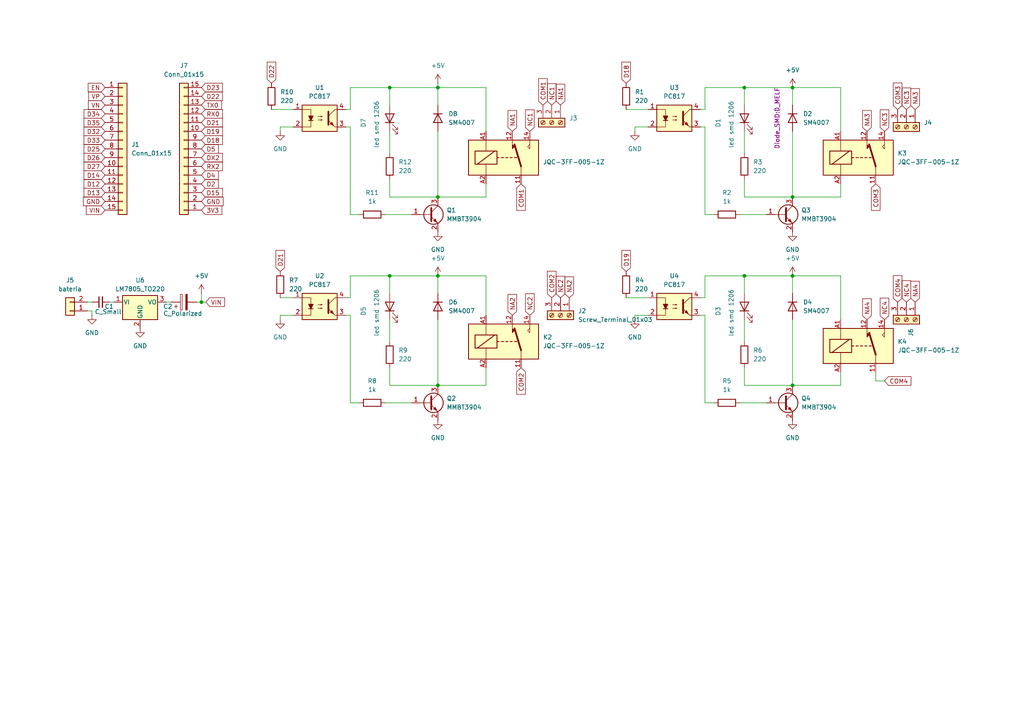
<source format=kicad_sch>
(kicad_sch (version 20250114) (generator "eeschema") (generator_version "9.0")
  (paper "A4")
  (lib_symbols
    (symbol "Connector:Screw_Terminal_01x03" (pin_names (offset 1.016) (hide yes))
      (property "Reference" "J" (at 0 5.08 0))
      (property "Value" "Screw_Terminal_01x03" (at 0 -5.08 0))
      (symbol "Screw_Terminal_01x03_1_1"
        (rectangle (start -1.27 3.81) (end 1.27 -3.81) (stroke (width 0.254)) (fill (type background)))
        (polyline (pts (xy -0.5334 2.8702) (xy 0.3302 2.032)) (stroke (width 0.1524)))
        (polyline (pts (xy -0.5334 0.3302) (xy 0.3302 -0.508)) (stroke (width 0.1524)))
        (polyline (pts (xy -0.5334 -2.2098) (xy 0.3302 -3.048)) (stroke (width 0.1524)))
        (polyline (pts (xy -0.3556 3.048) (xy 0.508 2.2098)) (stroke (width 0.1524)))
        (polyline (pts (xy -0.3556 0.508) (xy 0.508 -0.3302)) (stroke (width 0.1524)))
        (polyline (pts (xy -0.3556 -2.032) (xy 0.508 -2.8702)) (stroke (width 0.1524)))
        (circle (center 0 2.54) (radius 0.635) (stroke (width 0.1524)))
        (circle (center 0 0) (radius 0.635) (stroke (width 0.1524)))
        (circle (center 0 -2.54) (radius 0.635) (stroke (width 0.1524)))
        (pin passive line (at -5.08 2.54 0) (length 3.81) (name "Pin_1") (number "1"))
        (pin passive line (at -5.08 0 0) (length 3.81) (name "Pin_2") (number "2"))
        (pin passive line (at -5.08 -2.54 0) (length 3.81) (name "Pin_3") (number "3"))
      )
    )
    (symbol "Connector_Generic:Conn_01x02" (pin_names (offset 1.016) (hide yes))
      (property "Reference" "J" (at 0 2.54 0))
      (property "Value" "Conn_01x02" (at 0 -5.08 0))
      (symbol "Conn_01x02_1_1"
        (rectangle (start -1.27 1.27) (end 1.27 -3.81) (stroke (width 0.254)) (fill (type background)))
        (rectangle (start -1.27 0.127) (end 0 -0.127) (stroke (width 0.1524)))
        (rectangle (start -1.27 -2.413) (end 0 -2.667) (stroke (width 0.1524)))
        (pin passive line (at -5.08 0 0) (length 3.81) (name "Pin_1") (number "1"))
        (pin passive line (at -5.08 -2.54 0) (length 3.81) (name "Pin_2") (number "2"))
      )
    )
    (symbol "Connector_Generic:Conn_01x15" (pin_names (offset 1.016) (hide yes))
      (property "Reference" "J" (at 0 20.32 0))
      (property "Value" "Conn_01x15" (at 0 -20.32 0))
      (symbol "Conn_01x15_1_1"
        (rectangle (start -1.27 19.05) (end 1.27 -19.05) (stroke (width 0.254)) (fill (type background)))
        (rectangle (start -1.27 17.907) (end 0 17.653) (stroke (width 0.1524)))
        (rectangle (start -1.27 15.367) (end 0 15.113) (stroke (width 0.1524)))
        (rectangle (start -1.27 12.827) (end 0 12.573) (stroke (width 0.1524)))
        (rectangle (start -1.27 10.287) (end 0 10.033) (stroke (width 0.1524)))
        (rectangle (start -1.27 7.747) (end 0 7.493) (stroke (width 0.1524)))
        (rectangle (start -1.27 5.207) (end 0 4.953) (stroke (width 0.1524)))
        (rectangle (start -1.27 2.667) (end 0 2.413) (stroke (width 0.1524)))
        (rectangle (start -1.27 0.127) (end 0 -0.127) (stroke (width 0.1524)))
        (rectangle (start -1.27 -2.413) (end 0 -2.667) (stroke (width 0.1524)))
        (rectangle (start -1.27 -4.953) (end 0 -5.207) (stroke (width 0.1524)))
        (rectangle (start -1.27 -7.493) (end 0 -7.747) (stroke (width 0.1524)))
        (rectangle (start -1.27 -10.033) (end 0 -10.287) (stroke (width 0.1524)))
        (rectangle (start -1.27 -12.573) (end 0 -12.827) (stroke (width 0.1524)))
        (rectangle (start -1.27 -15.113) (end 0 -15.367) (stroke (width 0.1524)))
        (rectangle (start -1.27 -17.653) (end 0 -17.907) (stroke (width 0.1524)))
        (pin passive line (at -5.08 17.78 0) (length 3.81) (name "Pin_1") (number "1"))
        (pin passive line (at -5.08 15.24 0) (length 3.81) (name "Pin_2") (number "2"))
        (pin passive line (at -5.08 12.7 0) (length 3.81) (name "Pin_3") (number "3"))
        (pin passive line (at -5.08 10.16 0) (length 3.81) (name "Pin_4") (number "4"))
        (pin passive line (at -5.08 7.62 0) (length 3.81) (name "Pin_5") (number "5"))
        (pin passive line (at -5.08 5.08 0) (length 3.81) (name "Pin_6") (number "6"))
        (pin passive line (at -5.08 2.54 0) (length 3.81) (name "Pin_7") (number "7"))
        (pin passive line (at -5.08 0 0) (length 3.81) (name "Pin_8") (number "8"))
        (pin passive line (at -5.08 -2.54 0) (length 3.81) (name "Pin_9") (number "9"))
        (pin passive line (at -5.08 -5.08 0) (length 3.81) (name "Pin_10") (number "10"))
        (pin passive line (at -5.08 -7.62 0) (length 3.81) (name "Pin_11") (number "11"))
        (pin passive line (at -5.08 -10.16 0) (length 3.81) (name "Pin_12") (number "12"))
        (pin passive line (at -5.08 -12.7 0) (length 3.81) (name "Pin_13") (number "13"))
        (pin passive line (at -5.08 -15.24 0) (length 3.81) (name "Pin_14") (number "14"))
        (pin passive line (at -5.08 -17.78 0) (length 3.81) (name "Pin_15") (number "15"))
      )
    )
    (symbol "Device:C_Polarized" (pin_numbers (hide yes)) (pin_names (offset 0.254))
      (property "Reference" "C" (at 0.635 2.54 0))
      (property "Value" "C_Polarized" (at 0.635 -2.54 0))
      (symbol "C_Polarized_0_1"
        (rectangle (start -2.286 0.508) (end 2.286 1.016))
        (polyline (pts (xy -1.778 2.286) (xy -0.762 2.286)))
        (polyline (pts (xy -1.27 2.794) (xy -1.27 1.778)))
        (rectangle (start 2.286 -0.508) (end -2.286 -1.016) (fill (type outline)))
      )
      (symbol "C_Polarized_1_1"
        (pin passive line (at 0 3.81 270) (length 2.794) (name "~") (number "1"))
        (pin passive line (at 0 -3.81 90) (length 2.794) (name "~") (number "2"))
      )
    )
    (symbol "Device:C_Small" (pin_numbers (hide yes)) (pin_names (offset 0.254) (hide yes))
      (property "Reference" "C" (at 0.254 1.778 0))
      (property "Value" "C_Small" (at 0.254 -2.032 0))
      (symbol "C_Small_0_1"
        (polyline (pts (xy -1.524 0.508) (xy 1.524 0.508)) (stroke (width 0.3048)))
        (polyline (pts (xy -1.524 -0.508) (xy 1.524 -0.508)) (stroke (width 0.3302)))
      )
      (symbol "C_Small_1_1"
        (pin passive line (at 0 2.54 270) (length 2.032) (name "~") (number "1"))
        (pin passive line (at 0 -2.54 90) (length 2.032) (name "~") (number "2"))
      )
    )
    (symbol "Device:R" (pin_numbers (hide yes)) (pin_names (offset 0))
      (property "Reference" "R" (at 2.032 0 90))
      (property "Value" "R" (at 0 0 90))
      (symbol "R_0_1"
        (rectangle (start -1.016 -2.54) (end 1.016 2.54) (stroke (width 0.254)))
      )
      (symbol "R_1_1"
        (pin passive line (at 0 3.81 270) (length 1.27) (name "~") (number "1"))
        (pin passive line (at 0 -3.81 90) (length 1.27) (name "~") (number "2"))
      )
    )
    (symbol "Diode:SM4007" (pin_numbers (hide yes)) (pin_names (hide yes))
      (property "Reference" "D" (at 0 2.54 0))
      (property "Value" "SM4007" (at 0 -2.54 0))
      (symbol "SM4007_0_1"
        (polyline (pts (xy -1.27 1.27) (xy -1.27 -1.27)) (stroke (width 0.254)))
        (polyline (pts (xy 1.27 1.27) (xy 1.27 -1.27) (xy -1.27 0) (xy 1.27 1.27)) (stroke (width 0.254)))
        (polyline (pts (xy 1.27 0) (xy -1.27 0)))
      )
      (symbol "SM4007_1_1"
        (pin passive line (at -3.81 0 0) (length 2.54) (name "K") (number "1"))
        (pin passive line (at 3.81 0 180) (length 2.54) (name "A") (number "2"))
      )
    )
    (symbol "EESTN5:PC817" (pin_names (offset 1.016))
      (property "Reference" "U" (at -5.08 5.08 0))
      (property "Value" "PC817" (at 0 5.08 0))
      (symbol "PC817_0_1"
        (rectangle (start -5.08 3.81) (end 5.08 -3.81) (stroke (width 0.254)) (fill (type background)))
        (polyline (pts (xy -5.08 2.54) (xy -2.54 2.54) (xy -2.54 0.635)))
        (polyline (pts (xy -3.175 -0.635) (xy -1.905 -0.635)) (stroke (width 0.254)))
        (polyline (pts (xy -2.54 -0.635) (xy -2.54 -2.54) (xy -5.08 -2.54)))
        (polyline (pts (xy -2.54 -0.635) (xy -3.175 0.635) (xy -1.905 0.635) (xy -2.54 -0.635)) (stroke (width 0.254)) (fill (type outline)))
        (polyline (pts (xy -0.508 0.508) (xy 0.762 0.508) (xy 0.381 0.381) (xy 0.381 0.635) (xy 0.762 0.508)))
        (polyline (pts (xy -0.508 -0.508) (xy 0.762 -0.508) (xy 0.381 -0.635) (xy 0.381 -0.381) (xy 0.762 -0.508)))
        (polyline (pts (xy 2.54 1.905) (xy 2.54 -1.905) (xy 2.54 -1.905)) (stroke (width 0.508)))
        (polyline (pts (xy 2.54 0.635) (xy 4.445 2.54)))
        (polyline (pts (xy 3.048 -1.651) (xy 3.556 -1.143) (xy 4.064 -2.159) (xy 3.048 -1.651) (xy 3.048 -1.651)) (fill (type outline)))
        (polyline (pts (xy 4.445 2.54) (xy 5.08 2.54)))
        (polyline (pts (xy 4.445 -2.54) (xy 2.54 -0.635)) (fill (type outline)))
        (polyline (pts (xy 4.445 -2.54) (xy 5.08 -2.54)))
      )
      (symbol "PC817_1_1"
        (pin passive line (at -7.62 2.54 0) (length 2.54) (name "~") (number "1"))
        (pin passive line (at -7.62 -2.54 0) (length 2.54) (name "~") (number "2"))
        (pin passive line (at 7.62 2.54 180) (length 2.54) (name "~") (number "4"))
        (pin passive line (at 7.62 -2.54 180) (length 2.54) (name "~") (number "3"))
      )
    )
    (symbol "LED:IR26-21C_L110_TR8" (pin_numbers (hide yes)) (pin_names (offset 1.016) (hide yes))
      (property "Reference" "D" (at 0 2.54 0))
      (property "Value" "IR26-21C_L110_TR8" (at 0 -3.81 0))
      (symbol "IR26-21C_L110_TR8_0_1"
        (polyline (pts (xy -3.048 -0.762) (xy -4.572 -2.286) (xy -3.81 -2.286) (xy -4.572 -2.286) (xy -4.572 -1.524)))
        (polyline (pts (xy -1.778 -0.762) (xy -3.302 -2.286) (xy -2.54 -2.286) (xy -3.302 -2.286) (xy -3.302 -1.524)))
        (polyline (pts (xy -1.27 0) (xy 1.27 0)))
        (polyline (pts (xy -1.27 -1.27) (xy -1.27 1.27)) (stroke (width 0.254)))
        (polyline (pts (xy 1.27 -1.27) (xy 1.27 1.27) (xy -1.27 0) (xy 1.27 -1.27)) (stroke (width 0.254)))
      )
      (symbol "IR26-21C_L110_TR8_1_1"
        (pin passive line (at -3.81 0 0) (length 2.54) (name "K") (number "1"))
        (pin passive line (at 3.81 0 180) (length 2.54) (name "A") (number "2"))
      )
    )
    (symbol "Regulator_Linear:LM7812_TO220" (pin_names (offset 0.254))
      (property "Reference" "U" (at -3.81 3.175 0))
      (property "Value" "LM7812_TO220" (at 0 3.175 0))
      (symbol "LM7812_TO220_0_1"
        (rectangle (start -5.08 1.905) (end 5.08 -5.08) (stroke (width 0.254)) (fill (type background)))
      )
      (symbol "LM7812_TO220_1_1"
        (pin power_in line (at -7.62 0 0) (length 2.54) (name "VI") (number "1"))
        (pin power_in line (at 0 -7.62 90) (length 2.54) (name "GND") (number "2"))
        (pin power_out line (at 7.62 0 180) (length 2.54) (name "VO") (number "3"))
      )
    )
    (symbol "Relay:JQC-3FF-005-1Z"
      (property "Reference" "K" (at 11.43 3.81 0))
      (property "Value" "JQC-3FF-005-1Z" (at 11.43 1.27 0))
      (symbol "JQC-3FF-005-1Z_0_0"
        (polyline (pts (xy 7.62 5.08) (xy 7.62 2.54) (xy 6.985 3.175) (xy 7.62 3.81)))
      )
      (symbol "JQC-3FF-005-1Z_0_1"
        (rectangle (start -10.16 5.08) (end 10.16 -5.08) (stroke (width 0.254)) (fill (type background)))
        (rectangle (start -8.255 1.905) (end -1.905 -1.905) (stroke (width 0.254)))
        (polyline (pts (xy -7.62 -1.905) (xy -2.54 1.905)) (stroke (width 0.254)))
        (polyline (pts (xy -5.08 5.08) (xy -5.08 1.905)))
        (polyline (pts (xy -5.08 -5.08) (xy -5.08 -1.905)))
        (polyline (pts (xy -1.905 0) (xy -1.27 0)) (stroke (width 0.254)))
        (polyline (pts (xy -0.635 0) (xy 0 0)) (stroke (width 0.254)))
        (polyline (pts (xy 0.635 0) (xy 1.27 0)) (stroke (width 0.254)))
        (polyline (pts (xy 1.905 0) (xy 2.54 0)) (stroke (width 0.254)))
        (polyline (pts (xy 2.54 5.08) (xy 2.54 2.54) (xy 3.175 3.175) (xy 2.54 3.81)) (fill (type outline)))
        (polyline (pts (xy 3.175 0) (xy 3.81 0)) (stroke (width 0.254)))
        (polyline (pts (xy 5.08 -2.54) (xy 3.175 3.81)) (stroke (width 0.508)))
        (polyline (pts (xy 5.08 -2.54) (xy 5.08 -5.08)))
      )
      (symbol "JQC-3FF-005-1Z_1_1"
        (pin passive line (at -5.08 7.62 270) (length 2.54) (name "~") (number "A1"))
        (pin passive line (at -5.08 -7.62 90) (length 2.54) (name "~") (number "A2"))
        (pin passive line (at 2.54 7.62 270) (length 2.54) (name "~") (number "12"))
        (pin passive line (at 5.08 -7.62 90) (length 2.54) (name "~") (number "11"))
        (pin passive line (at 7.62 7.62 270) (length 2.54) (name "~") (number "14"))
      )
    )
    (symbol "Transistor_BJT:BC847" (pin_names (offset 0) (hide yes))
      (property "Reference" "Q" (at 5.08 1.905 0))
      (property "Value" "BC847" (at 5.08 0 0))
      (symbol "BC847_0_1"
        (polyline (pts (xy -2.54 0) (xy 0.635 0)))
        (polyline (pts (xy 0.635 1.905) (xy 0.635 -1.905)) (stroke (width 0.508)))
        (circle (center 1.27 0) (radius 2.8194) (stroke (width 0.254)))
      )
      (symbol "BC847_1_1"
        (polyline (pts (xy 0.635 0.635) (xy 2.54 2.54)))
        (polyline (pts (xy 0.635 -0.635) (xy 2.54 -2.54)))
        (polyline (pts (xy 1.27 -1.778) (xy 1.778 -1.27) (xy 2.286 -2.286) (xy 1.27 -1.778)) (fill (type outline)))
        (pin input line (at -5.08 0 0) (length 2.54) (name "B") (number "1"))
        (pin passive line (at 2.54 5.08 270) (length 2.54) (name "C") (number "3"))
        (pin passive line (at 2.54 -5.08 90) (length 2.54) (name "E") (number "2"))
      )
    )
    (symbol "power:+5V" (power) (pin_numbers (hide yes)) (pin_names (offset 0) (hide yes))
      (property "Value" "+5V" (at 0 3.556 0))
      (symbol "+5V_0_1"
        (polyline (pts (xy -0.762 1.27) (xy 0 2.54)))
        (polyline (pts (xy 0 2.54) (xy 0.762 1.27)))
        (polyline (pts (xy 0 0) (xy 0 2.54)))
      )
      (symbol "+5V_1_1"
        (pin power_in line (at 0 0 90) (length 0) (name "~") (number "1"))
      )
    )
    (symbol "power:GND" (power) (pin_numbers (hide yes)) (pin_names (offset 0) (hide yes))
      (property "Value" "GND" (at 0 -3.81 0))
      (symbol "GND_0_1"
        (polyline (pts (xy 0 0) (xy 0 -1.27) (xy 1.27 -1.27) (xy 0 -2.54) (xy -1.27 -1.27) (xy 0 -1.27)))
      )
      (symbol "GND_1_1"
        (pin power_in line (at 0 0 270) (length 0) (name "~") (number "1"))
      )
    )
  )
  (junction (at 113.03 25.4))
  (junction (at 229.87 80.01))
  (junction (at 215.9 80.01))
  (junction (at 113.03 80.01))
  (junction (at 215.9 25.4))
  (junction (at 127 25.4))
  (junction (at 229.87 111.76))
  (junction (at 229.87 57.15))
  (junction (at 127 111.76))
  (junction (at 127 80.01))
  (junction (at 229.87 25.4))
  (junction (at 127 57.15))
  (junction (at 58.42 87.63))
  (wire (pts (xy 127 24.13) (xy 127 25.4)))
  (wire (pts (xy 113.03 57.15) (xy 127 57.15)))
  (wire (pts (xy 243.84 25.4) (xy 243.84 38.1)))
  (wire (pts (xy 184.15 91.44) (xy 184.15 92.71)))
  (wire (pts (xy 243.84 53.34) (xy 243.84 57.15)))
  (wire (pts (xy 113.03 38.1) (xy 113.03 44.45)))
  (wire (pts (xy 181.61 31.75) (xy 187.96 31.75)))
  (wire (pts (xy 229.87 38.1) (xy 229.87 57.15)))
  (wire (pts (xy 113.03 106.68) (xy 113.03 111.76)))
  (wire (pts (xy 81.28 36.83) (xy 81.28 38.1)))
  (wire (pts (xy 78.74 31.75) (xy 85.09 31.75)))
  (wire (pts (xy 229.87 30.48) (xy 229.87 25.4)))
  (wire (pts (xy 215.9 85.09) (xy 215.9 80.01)))
  (wire (pts (xy 187.96 36.83) (xy 184.15 36.83)))
  (wire (pts (xy 113.03 85.09) (xy 113.03 80.01)))
  (wire (pts (xy 204.47 25.4) (xy 204.47 31.75)))
  (wire (pts (xy 229.87 80.01) (xy 243.84 80.01)))
  (wire (pts (xy 26.67 90.17) (xy 26.67 91.44)))
  (wire (pts (xy 215.9 52.07) (xy 215.9 57.15)))
  (wire (pts (xy 215.9 57.15) (xy 229.87 57.15)))
  (wire (pts (xy 243.84 107.95) (xy 243.84 111.76)))
  (wire (pts (xy 127 85.09) (xy 127 80.01)))
  (wire (pts (xy 204.47 62.23) (xy 207.01 62.23)))
  (wire (pts (xy 113.03 111.76) (xy 127 111.76)))
  (wire (pts (xy 100.33 86.36) (xy 101.6 86.36)))
  (wire (pts (xy 31.75 87.63) (xy 33.02 87.63)))
  (wire (pts (xy 229.87 25.4) (xy 243.84 25.4)))
  (wire (pts (xy 85.09 36.83) (xy 81.28 36.83)))
  (wire (pts (xy 100.33 31.75) (xy 101.6 31.75)))
  (wire (pts (xy 113.03 80.01) (xy 101.6 80.01)))
  (wire (pts (xy 215.9 80.01) (xy 229.87 80.01)))
  (wire (pts (xy 127 57.15) (xy 140.97 57.15)))
  (wire (pts (xy 229.87 57.15) (xy 243.84 57.15)))
  (wire (pts (xy 113.03 30.48) (xy 113.03 25.4)))
  (wire (pts (xy 25.4 87.63) (xy 26.67 87.63)))
  (wire (pts (xy 184.15 36.83) (xy 184.15 38.1)))
  (wire (pts (xy 203.2 31.75) (xy 204.47 31.75)))
  (wire (pts (xy 215.9 111.76) (xy 229.87 111.76)))
  (wire (pts (xy 111.76 116.84) (xy 119.38 116.84)))
  (wire (pts (xy 187.96 91.44) (xy 184.15 91.44)))
  (wire (pts (xy 203.2 36.83) (xy 204.47 36.83)))
  (wire (pts (xy 85.09 91.44) (xy 81.28 91.44)))
  (wire (pts (xy 58.42 85.09) (xy 58.42 87.63)))
  (wire (pts (xy 215.9 106.68) (xy 215.9 111.76)))
  (wire (pts (xy 215.9 30.48) (xy 215.9 25.4)))
  (wire (pts (xy 101.6 80.01) (xy 101.6 86.36)))
  (wire (pts (xy 243.84 80.01) (xy 243.84 92.71)))
  (wire (pts (xy 181.61 86.36) (xy 187.96 86.36)))
  (wire (pts (xy 204.47 36.83) (xy 204.47 62.23)))
  (wire (pts (xy 81.28 91.44) (xy 81.28 92.71)))
  (wire (pts (xy 25.4 90.17) (xy 26.67 90.17)))
  (wire (pts (xy 101.6 62.23) (xy 104.14 62.23)))
  (wire (pts (xy 101.6 116.84) (xy 104.14 116.84)))
  (wire (pts (xy 58.42 87.63) (xy 59.69 87.63)))
  (wire (pts (xy 214.63 116.84) (xy 222.25 116.84)))
  (wire (pts (xy 203.2 91.44) (xy 204.47 91.44)))
  (wire (pts (xy 113.03 25.4) (xy 127 25.4)))
  (wire (pts (xy 204.47 91.44) (xy 204.47 116.84)))
  (wire (pts (xy 127 38.1) (xy 127 57.15)))
  (wire (pts (xy 214.63 62.23) (xy 222.25 62.23)))
  (wire (pts (xy 256.54 110.49) (xy 254 110.49)))
  (wire (pts (xy 140.97 80.01) (xy 140.97 91.44)))
  (wire (pts (xy 49.53 87.63) (xy 48.26 87.63)))
  (wire (pts (xy 101.6 25.4) (xy 101.6 31.75)))
  (wire (pts (xy 140.97 25.4) (xy 140.97 38.1)))
  (wire (pts (xy 215.9 25.4) (xy 229.87 25.4)))
  (wire (pts (xy 81.28 86.36) (xy 85.09 86.36)))
  (wire (pts (xy 100.33 36.83) (xy 101.6 36.83)))
  (wire (pts (xy 57.15 87.63) (xy 58.42 87.63)))
  (wire (pts (xy 229.87 111.76) (xy 243.84 111.76)))
  (wire (pts (xy 215.9 80.01) (xy 204.47 80.01)))
  (wire (pts (xy 203.2 86.36) (xy 204.47 86.36)))
  (wire (pts (xy 229.87 85.09) (xy 229.87 80.01)))
  (wire (pts (xy 127 111.76) (xy 140.97 111.76)))
  (wire (pts (xy 140.97 106.68) (xy 140.97 111.76)))
  (wire (pts (xy 113.03 52.07) (xy 113.03 57.15)))
  (wire (pts (xy 101.6 36.83) (xy 101.6 62.23)))
  (wire (pts (xy 215.9 25.4) (xy 204.47 25.4)))
  (wire (pts (xy 127 80.01) (xy 140.97 80.01)))
  (wire (pts (xy 113.03 25.4) (xy 101.6 25.4)))
  (wire (pts (xy 127 30.48) (xy 127 25.4)))
  (wire (pts (xy 113.03 80.01) (xy 127 80.01)))
  (wire (pts (xy 215.9 38.1) (xy 215.9 44.45)))
  (wire (pts (xy 111.76 62.23) (xy 119.38 62.23)))
  (wire (pts (xy 101.6 91.44) (xy 101.6 116.84)))
  (wire (pts (xy 127 92.71) (xy 127 111.76)))
  (wire (pts (xy 229.87 92.71) (xy 229.87 111.76)))
  (wire (pts (xy 100.33 91.44) (xy 101.6 91.44)))
  (wire (pts (xy 140.97 53.34) (xy 140.97 57.15)))
  (wire (pts (xy 254 110.49) (xy 254 107.95)))
  (wire (pts (xy 113.03 92.71) (xy 113.03 99.06)))
  (wire (pts (xy 204.47 80.01) (xy 204.47 86.36)))
  (wire (pts (xy 215.9 92.71) (xy 215.9 99.06)))
  (wire (pts (xy 127 25.4) (xy 140.97 25.4)))
  (wire (pts (xy 204.47 116.84) (xy 207.01 116.84)))
  (global_label "NA3" (shape input) (at 251.46 38.1 90) (property "Intersheetrefs" "${INTERSHEET_REFS}" (effects (hide yes))))
  (global_label "NC3" (shape input) (at 262.89 31.75 90) (property "Intersheetrefs" "${INTERSHEET_REFS}" (effects (hide yes))))
  (global_label "NA4" (shape input) (at 265.43 87.63 90) (property "Intersheetrefs" "${INTERSHEET_REFS}" (effects (hide yes))))
  (global_label "COM1" (shape input) (at 157.48 30.48 90) (property "Intersheetrefs" "${INTERSHEET_REFS}" (effects (hide yes))))
  (global_label "D19" (shape input) (at 58.42 38.1 0) (property "Intersheetrefs" "${INTERSHEET_REFS}" (effects (hide yes))))
  (global_label "NA4" (shape input) (at 251.46 92.71 90) (property "Intersheetrefs" "${INTERSHEET_REFS}" (effects (hide yes))))
  (global_label "RX2" (shape input) (at 58.42 48.26 0) (property "Intersheetrefs" "${INTERSHEET_REFS}" (effects (hide yes))))
  (global_label "D14" (shape input) (at 30.48 50.8 180) (property "Intersheetrefs" "${INTERSHEET_REFS}" (effects (hide yes))))
  (global_label "NC1" (shape input) (at 160.02 30.48 90) (property "Intersheetrefs" "${INTERSHEET_REFS}" (effects (hide yes))))
  (global_label "D25" (shape input) (at 30.48 43.18 180) (property "Intersheetrefs" "${INTERSHEET_REFS}" (effects (hide yes))))
  (global_label "D33" (shape input) (at 30.48 40.64 180) (property "Intersheetrefs" "${INTERSHEET_REFS}" (effects (hide yes))))
  (global_label "D23" (shape input) (at 58.42 25.4 0) (property "Intersheetrefs" "${INTERSHEET_REFS}" (effects (hide yes))))
  (global_label "NC2" (shape input) (at 162.56 86.36 90) (property "Intersheetrefs" "${INTERSHEET_REFS}" (effects (hide yes))))
  (global_label "COM3" (shape input) (at 260.35 31.75 90) (property "Intersheetrefs" "${INTERSHEET_REFS}" (effects (hide yes))))
  (global_label "COM4" (shape input) (at 260.35 87.63 90) (property "Intersheetrefs" "${INTERSHEET_REFS}" (effects (hide yes))))
  (global_label "D32" (shape input) (at 30.48 38.1 180) (property "Intersheetrefs" "${INTERSHEET_REFS}" (effects (hide yes))))
  (global_label "D34" (shape input) (at 30.48 33.02 180) (property "Intersheetrefs" "${INTERSHEET_REFS}" (effects (hide yes))))
  (global_label "NC2" (shape input) (at 153.67 91.44 90) (property "Intersheetrefs" "${INTERSHEET_REFS}" (effects (hide yes))))
  (global_label "DX2" (shape input) (at 58.42 45.72 0) (property "Intersheetrefs" "${INTERSHEET_REFS}" (effects (hide yes))))
  (global_label "D18" (shape input) (at 58.42 40.64 0) (property "Intersheetrefs" "${INTERSHEET_REFS}" (effects (hide yes))))
  (global_label "D35" (shape input) (at 30.48 35.56 180) (property "Intersheetrefs" "${INTERSHEET_REFS}" (effects (hide yes))))
  (global_label "NC4" (shape input) (at 262.89 87.63 90) (property "Intersheetrefs" "${INTERSHEET_REFS}" (effects (hide yes))))
  (global_label "D21" (shape input) (at 58.42 35.56 0) (property "Intersheetrefs" "${INTERSHEET_REFS}" (effects (hide yes))))
  (global_label "VIN" (shape input) (at 59.69 87.63 0) (property "Intersheetrefs" "${INTERSHEET_REFS}" (effects (hide yes))))
  (global_label "D5" (shape input) (at 58.42 43.18 0) (property "Intersheetrefs" "${INTERSHEET_REFS}" (effects (hide yes))))
  (global_label "NA3" (shape input) (at 265.43 31.75 90) (property "Intersheetrefs" "${INTERSHEET_REFS}" (effects (hide yes))))
  (global_label "NC3" (shape input) (at 256.54 38.1 90) (property "Intersheetrefs" "${INTERSHEET_REFS}" (effects (hide yes))))
  (global_label "NA1" (shape input) (at 162.56 30.48 90) (property "Intersheetrefs" "${INTERSHEET_REFS}" (effects (hide yes))))
  (global_label "VIN" (shape input) (at 30.48 60.96 180) (property "Intersheetrefs" "${INTERSHEET_REFS}" (effects (hide yes))))
  (global_label "VN" (shape input) (at 30.48 30.48 180) (property "Intersheetrefs" "${INTERSHEET_REFS}" (effects (hide yes))))
  (global_label "NC4" (shape input) (at 256.54 92.71 90) (property "Intersheetrefs" "${INTERSHEET_REFS}" (effects (hide yes))))
  (global_label "D22" (shape input) (at 78.74 24.13 90) (property "Intersheetrefs" "${INTERSHEET_REFS}" (effects (hide yes))))
  (global_label "NA2" (shape input) (at 165.1 86.36 90) (property "Intersheetrefs" "${INTERSHEET_REFS}" (effects (hide yes))))
  (global_label "D21" (shape input) (at 81.28 78.74 90) (property "Intersheetrefs" "${INTERSHEET_REFS}" (effects (hide yes))))
  (global_label "EN" (shape input) (at 30.48 25.4 180) (property "Intersheetrefs" "${INTERSHEET_REFS}" (effects (hide yes))))
  (global_label "D15" (shape input) (at 58.42 55.88 0) (property "Intersheetrefs" "${INTERSHEET_REFS}" (effects (hide yes))))
  (global_label "COM1" (shape input) (at 151.13 53.34 270) (property "Intersheetrefs" "${INTERSHEET_REFS}" (effects (hide yes))))
  (global_label "COM3" (shape input) (at 254 53.34 270) (property "Intersheetrefs" "${INTERSHEET_REFS}" (effects (hide yes))))
  (global_label "D12" (shape input) (at 30.48 53.34 180) (property "Intersheetrefs" "${INTERSHEET_REFS}" (effects (hide yes))))
  (global_label "D2" (shape input) (at 58.42 53.34 0) (property "Intersheetrefs" "${INTERSHEET_REFS}" (effects (hide yes))))
  (global_label "NA2" (shape input) (at 148.59 91.44 90) (property "Intersheetrefs" "${INTERSHEET_REFS}" (effects (hide yes))))
  (global_label "COM2" (shape input) (at 160.02 86.36 90) (property "Intersheetrefs" "${INTERSHEET_REFS}" (effects (hide yes))))
  (global_label "NA1" (shape input) (at 148.59 38.1 90) (property "Intersheetrefs" "${INTERSHEET_REFS}" (effects (hide yes))))
  (global_label "RX0" (shape input) (at 58.42 33.02 0) (property "Intersheetrefs" "${INTERSHEET_REFS}" (effects (hide yes))))
  (global_label "3V3" (shape input) (at 58.42 60.96 0) (property "Intersheetrefs" "${INTERSHEET_REFS}" (effects (hide yes))))
  (global_label "D13" (shape input) (at 30.48 55.88 180) (property "Intersheetrefs" "${INTERSHEET_REFS}" (effects (hide yes))))
  (global_label "COM2" (shape input) (at 151.13 106.68 270) (property "Intersheetrefs" "${INTERSHEET_REFS}" (effects (hide yes))))
  (global_label "TX0" (shape input) (at 58.42 30.48 0) (property "Intersheetrefs" "${INTERSHEET_REFS}" (effects (hide yes))))
  (global_label "D18" (shape input) (at 181.61 24.13 90) (property "Intersheetrefs" "${INTERSHEET_REFS}" (effects (hide yes))))
  (global_label "D19" (shape input) (at 181.61 78.74 90) (property "Intersheetrefs" "${INTERSHEET_REFS}" (effects (hide yes))))
  (global_label "D26" (shape input) (at 30.48 45.72 180) (property "Intersheetrefs" "${INTERSHEET_REFS}" (effects (hide yes))))
  (global_label "D4" (shape input) (at 58.42 50.8 0) (property "Intersheetrefs" "${INTERSHEET_REFS}" (effects (hide yes))))
  (global_label "D27" (shape input) (at 30.48 48.26 180) (property "Intersheetrefs" "${INTERSHEET_REFS}" (effects (hide yes))))
  (global_label "COM4" (shape input) (at 256.54 110.49 0) (property "Intersheetrefs" "${INTERSHEET_REFS}" (effects (hide yes))))
  (global_label "GND" (shape input) (at 58.42 58.42 0) (property "Intersheetrefs" "${INTERSHEET_REFS}" (effects (hide yes))))
  (global_label "VP" (shape input) (at 30.48 27.94 180) (property "Intersheetrefs" "${INTERSHEET_REFS}" (effects (hide yes))))
  (global_label "D22" (shape input) (at 58.42 27.94 0) (property "Intersheetrefs" "${INTERSHEET_REFS}" (effects (hide yes))))
  (global_label "GND" (shape input) (at 30.48 58.42 180) (property "Intersheetrefs" "${INTERSHEET_REFS}" (effects (hide yes))))
  (global_label "NC1" (shape input) (at 153.67 38.1 90) (property "Intersheetrefs" "${INTERSHEET_REFS}" (effects (hide yes))))
  (symbol (lib_id "Device:R") (at 210.82 116.84 90) (unit 1)
    (property "Reference" "R5" (at 210.82 110.49 90))
    (property "Value" "1k" (at 210.82 113.03 90))
    (property "Footprint" "Resistor_SMD:R_0805_2012Metric" (effects (hide yes)))
    (property "Description" "Resistor" (effects (hide yes)))
  )
  (symbol (lib_id "power:GND") (at 81.28 92.71 0) (unit 1)
    (property "Reference" "#PWR07" (effects (hide yes)))
    (property "Value" "GND" (at 81.28 97.79 0))
    (property "Description" "Power symbol creates a global label with name \"GND\" , ground" (effects (hide yes)))
  )
  (symbol (lib_id "EESTN5:PC817") (at 92.71 88.9 0) (unit 1)
    (property "Reference" "U2" (at 92.71 80.01 0))
    (property "Value" "PC817" (at 92.71 82.55 0))
    (property "Footprint" "PC817SMD:SOIC254P1000X400-4N" (effects (hide yes)))
    (property "Datasheet" "http://www.soselectronic.cz/a_info/resource/d/pc817.pdf" (effects (hide yes)))
    (property "Description" "DC Optocoupler, Vce 35V, CTR 50-300%, DIP4" (effects (hide yes)))
  )
  (symbol (lib_id "EESTN5:PC817") (at 92.71 34.29 0) (unit 1)
    (property "Reference" "U1" (at 92.71 25.4 0))
    (property "Value" "PC817" (at 92.71 27.94 0))
    (property "Footprint" "PC817SMD:SOIC254P1000X400-4N" (effects (hide yes)))
    (property "Datasheet" "http://www.soselectronic.cz/a_info/resource/d/pc817.pdf" (effects (hide yes)))
    (property "Description" "DC Optocoupler, Vce 35V, CTR 50-300%, DIP4" (effects (hide yes)))
  )
  (symbol (lib_id "power:GND") (at 229.87 67.31 0) (unit 1)
    (property "Reference" "#PWR02" (effects (hide yes)))
    (property "Value" "GND" (at 229.87 72.39 0))
    (property "Description" "Power symbol creates a global label with name \"GND\" , ground" (effects (hide yes)))
  )
  (symbol (lib_id "Transistor_BJT:BC847") (at 124.46 116.84 0) (unit 1)
    (property "Reference" "Q2" (at 129.54 115.5699 0) (effects (justify left)))
    (property "Value" "MMBT3904" (at 129.54 118.1099 0) (effects (justify left)))
    (property "Footprint" "Package_TO_SOT_SMD:SOT-23" (effects (hide yes)))
    (property "Datasheet" "http://www.infineon.com/dgdl/Infineon-BC847SERIES_BC848SERIES_BC849SERIES_BC850SERIES-DS-v01_01-en.pdf?fileId=db3a304314dca389011541d4630a1657" (effects (hide yes)))
    (property "Description" "0.1A Ic, 45V Vce, NPN Transistor, SOT-23" (effects (hide yes)))
  )
  (symbol (lib_id "LED:IR26-21C_L110_TR8") (at 215.9 34.29 90) (unit 1)
    (property "Reference" "D1" (at 208.28 34.29 0) (effects (justify right)))
    (property "Value" "led smd 1206" (at 212.09 29.21 0) (effects (justify right)))
    (property "Footprint" "LED_SMD:LED_1206_3216Metric" (effects (hide yes)))
    (property "Datasheet" "http://www.everlight.com/file/ProductFile/IR26-21C-L110-TR8.pdf" (effects (hide yes)))
    (property "Description" "940nm, 20 deg, Infrared LED, 1206" (effects (hide yes)))
  )
  (symbol (lib_id "Transistor_BJT:BC847") (at 227.33 62.23 0) (unit 1)
    (property "Reference" "Q3" (at 232.41 60.9599 0) (effects (justify left)))
    (property "Value" "MMBT3904" (at 232.41 63.4999 0) (effects (justify left)))
    (property "Footprint" "Package_TO_SOT_SMD:SOT-23" (effects (hide yes)))
    (property "Datasheet" "http://www.infineon.com/dgdl/Infineon-BC847SERIES_BC848SERIES_BC849SERIES_BC850SERIES-DS-v01_01-en.pdf?fileId=db3a304314dca389011541d4630a1657" (effects (hide yes)))
    (property "Description" "0.1A Ic, 45V Vce, NPN Transistor, SOT-23" (effects (hide yes)))
  )
  (symbol (lib_id "Device:R") (at 81.28 82.55 180) (unit 1)
    (property "Reference" "R7" (at 83.82 81.2799 0) (effects (justify right)))
    (property "Value" "220" (at 83.82 83.8199 0) (effects (justify right)))
    (property "Footprint" "Resistor_SMD:R_0805_2012Metric" (effects (hide yes)))
    (property "Description" "Resistor" (effects (hide yes)))
  )
  (symbol (lib_id "Connector:Screw_Terminal_01x03") (at 162.56 91.44 270) (unit 1)
    (property "Reference" "J2" (at 167.64 90.1699 90) (effects (justify left)))
    (property "Value" "Screw_Terminal_01x03" (at 167.64 92.7099 90) (effects (justify left)))
    (property "Footprint" "TerminalBlock:TerminalBlock_MaiXu_MX126-5.0-03P_1x03_P5.00mm" (effects (hide yes)))
    (property "Description" "Generic screw terminal, single row, 01x03, script generated (kicad-library-utils/schlib/autogen/connector/)" (effects (hide yes)))
  )
  (symbol (lib_id "Connector_Generic:Conn_01x15") (at 53.34 43.18 180) (unit 1)
    (property "Reference" "J7" (at 53.34 19.05 0))
    (property "Value" "Conn_01x15" (at 53.34 21.59 0))
    (property "Footprint" "Connector_PinHeader_2.54mm:PinHeader_1x15_P2.54mm_Vertical" (effects (hide yes)))
    (property "Description" "Generic connector, single row, 01x15, script generated (kicad-library-utils/schlib/autogen/connector/)" (effects (hide yes)))
  )
  (symbol (lib_id "power:+5V") (at 127 80.01 0) (unit 1)
    (property "Reference" "#PWR08" (effects (hide yes)))
    (property "Value" "+5V" (at 127 74.93 0))
    (property "Description" "Power symbol creates a global label with name \"+5V\"" (effects (hide yes)))
  )
  (symbol (lib_id "Device:R") (at 78.74 27.94 0) (unit 1)
    (property "Reference" "R10" (at 81.28 26.6699 0) (effects (justify left)))
    (property "Value" "220" (at 81.28 29.2099 0) (effects (justify left)))
    (property "Footprint" "Resistor_SMD:R_0805_2012Metric" (effects (hide yes)))
    (property "Description" "Resistor" (effects (hide yes)))
  )
  (symbol (lib_id "Diode:SM4007") (at 229.87 34.29 270) (unit 1)
    (property "Reference" "D2" (at 232.918 33.0199 90) (effects (justify left)))
    (property "Value" "SM4007" (at 232.918 35.5599 90) (effects (justify left)))
    (property "Footprint" "Diode_SMD:D_MELF" (at 225.425 34.29 0))
    (property "Datasheet" "http://cdn-reichelt.de/documents/datenblatt/A400/SMD1N400%23DIO.pdf" (effects (hide yes)))
    (property "Description" "1000V 1A General Purpose Rectifier Diode, MELF" (effects (hide yes)))
    (property "Sim.Device" "D" (effects (hide yes)))
    (property "Sim.Pins" "1=K 2=A" (effects (hide yes)))
  )
  (symbol (lib_id "Relay:JQC-3FF-005-1Z") (at 248.92 45.72 0) (unit 1)
    (property "Reference" "K3" (at 260.35 44.4499 0) (effects (justify left)))
    (property "Value" "JQC-3FF-005-1Z" (at 260.35 46.9899 0) (effects (justify left)))
    (property "Footprint" "Relay_THT:Relay_SPDT_Hongfa_JQC-3FF_0XX-1Z" (effects (hide yes)))
    (property "Datasheet" "https://www.digikey.com/htmldatasheets/production/2071105/0/0/1/JQC-3FF.pdf" (effects (hide yes)))
    (property "Description" "Subminiature High Power SPDT Relay, 5V Coil nom. 0.36W, 10A switching current, max 10A@277VAC/28VDC" (effects (hide yes)))
  )
  (symbol (lib_id "Device:R") (at 210.82 62.23 90) (unit 1)
    (property "Reference" "R2" (at 210.82 55.88 90))
    (property "Value" "1k" (at 210.82 58.42 90))
    (property "Footprint" "Resistor_SMD:R_0805_2012Metric" (effects (hide yes)))
    (property "Description" "Resistor" (effects (hide yes)))
  )
  (symbol (lib_id "Diode:SM4007") (at 127 88.9 270) (unit 1)
    (property "Reference" "D6" (at 130.048 87.6299 90) (effects (justify left)))
    (property "Value" "SM4007" (at 130.048 90.1699 90) (effects (justify left)))
    (property "Footprint" "Diode_SMD:D_MELF" (effects (hide yes)))
    (property "Datasheet" "http://cdn-reichelt.de/documents/datenblatt/A400/SMD1N400%23DIO.pdf" (effects (hide yes)))
    (property "Description" "1000V 1A General Purpose Rectifier Diode, MELF" (effects (hide yes)))
    (property "Sim.Device" "D" (effects (hide yes)))
    (property "Sim.Pins" "1=K 2=A" (effects (hide yes)))
  )
  (symbol (lib_id "power:GND") (at 229.87 121.92 0) (unit 1)
    (property "Reference" "#PWR06" (effects (hide yes)))
    (property "Value" "GND" (at 229.87 127 0))
    (property "Description" "Power symbol creates a global label with name \"GND\" , ground" (effects (hide yes)))
  )
  (symbol (lib_id "power:+5V") (at 127 24.13 0) (unit 1)
    (property "Reference" "#PWR011" (effects (hide yes)))
    (property "Value" "+5V" (at 127 19.05 0))
    (property "Description" "Power symbol creates a global label with name \"+5V\"" (effects (hide yes)))
  )
  (symbol (lib_id "LED:IR26-21C_L110_TR8") (at 215.9 88.9 90) (unit 1)
    (property "Reference" "D3" (at 208.28 88.9 0) (effects (justify right)))
    (property "Value" "led smd 1206" (at 212.09 83.82 0) (effects (justify right)))
    (property "Footprint" "LED_SMD:LED_1206_3216Metric" (effects (hide yes)))
    (property "Datasheet" "http://www.everlight.com/file/ProductFile/IR26-21C-L110-TR8.pdf" (effects (hide yes)))
    (property "Description" "940nm, 20 deg, Infrared LED, 1206" (effects (hide yes)))
  )
  (symbol (lib_id "power:GND") (at 40.64 95.25 0) (unit 1)
    (property "Reference" "#PWR013" (effects (hide yes)))
    (property "Value" "GND" (at 40.64 100.33 0))
    (property "Description" "Power symbol creates a global label with name \"GND\" , ground" (effects (hide yes)))
  )
  (symbol (lib_id "Device:C_Polarized") (at 53.34 87.63 90) (unit 1)
    (property "Reference" "C2" (at 50.038 88.9 90) (effects (justify left)))
    (property "Value" "C_Polarized" (at 58.674 90.932 90) (effects (justify left)))
    (property "Description" "Polarized capacitor" (effects (hide yes)))
  )
  (symbol (lib_id "Connector:Screw_Terminal_01x03") (at 160.02 35.56 270) (unit 1)
    (property "Reference" "J3" (at 165.1 34.2899 90) (effects (justify left)))
    (property "Value" "Screw_Terminal_01x03" (effects (hide yes)))
    (property "Footprint" "TerminalBlock:TerminalBlock_MaiXu_MX126-5.0-03P_1x03_P5.00mm" (effects (hide yes)))
    (property "Description" "Generic screw terminal, single row, 01x03, script generated (kicad-library-utils/schlib/autogen/connector/)" (effects (hide yes)))
  )
  (symbol (lib_id "Device:R") (at 181.61 82.55 180) (unit 1)
    (property "Reference" "R4" (at 184.15 81.2799 0) (effects (justify right)))
    (property "Value" "220" (at 184.15 83.8199 0) (effects (justify right)))
    (property "Footprint" "Resistor_SMD:R_0805_2012Metric" (effects (hide yes)))
    (property "Description" "Resistor" (effects (hide yes)))
  )
  (symbol (lib_id "Connector_Generic:Conn_01x02") (at 20.32 90.17 180) (unit 1)
    (property "Reference" "J5" (at 20.32 81.28 0))
    (property "Value" "bateria" (at 20.32 83.82 0))
    (property "Footprint" "TerminalBlock:TerminalBlock_MaiXu_MX126-5.0-02P_1x02_P5.00mm" (effects (hide yes)))
    (property "Description" "Generic connector, single row, 01x02, script generated (kicad-library-utils/schlib/autogen/connector/)" (effects (hide yes)))
  )
  (symbol (lib_id "Relay:JQC-3FF-005-1Z") (at 146.05 99.06 0) (unit 1)
    (property "Reference" "K2" (at 157.48 97.7899 0) (effects (justify left)))
    (property "Value" "JQC-3FF-005-1Z" (at 157.48 100.3299 0) (effects (justify left)))
    (property "Footprint" "Relay_THT:Relay_SPDT_Hongfa_JQC-3FF_0XX-1Z" (effects (hide yes)))
    (property "Datasheet" "https://www.digikey.com/htmldatasheets/production/2071105/0/0/1/JQC-3FF.pdf" (effects (hide yes)))
    (property "Description" "Subminiature High Power SPDT Relay, 5V Coil nom. 0.36W, 10A switching current, max 10A@277VAC/28VDC" (effects (hide yes)))
  )
  (symbol (lib_id "power:GND") (at 127 67.31 0) (unit 1)
    (property "Reference" "#PWR012" (effects (hide yes)))
    (property "Value" "GND" (at 127 72.39 0))
    (property "Description" "Power symbol creates a global label with name \"GND\" , ground" (effects (hide yes)))
  )
  (symbol (lib_id "Regulator_Linear:LM7812_TO220") (at 40.64 87.63 0) (unit 1)
    (property "Reference" "U6" (at 40.64 81.28 0))
    (property "Value" "LM7805_TO220" (at 40.64 83.82 0))
    (property "Footprint" "Package_TO_SOT_THT:TO-220-3_Vertical" (effects (hide yes)))
    (property "Datasheet" "https://www.onsemi.cn/PowerSolutions/document/MC7800-D.PDF" (effects (hide yes)))
    (property "Description" "Positive 1A 35V Linear Regulator, Fixed Output 12V, TO-220" (effects (hide yes)))
  )
  (symbol (lib_id "Device:R") (at 107.95 62.23 90) (unit 1)
    (property "Reference" "R11" (at 107.95 55.88 90))
    (property "Value" "1k" (at 107.95 58.42 90))
    (property "Footprint" "Resistor_SMD:R_0805_2012Metric" (effects (hide yes)))
    (property "Description" "Resistor" (effects (hide yes)))
  )
  (symbol (lib_id "Device:R") (at 113.03 48.26 0) (unit 1)
    (property "Reference" "R12" (at 115.57 46.9899 0) (effects (justify left)))
    (property "Value" "220" (at 115.57 49.5299 0) (effects (justify left)))
    (property "Footprint" "Resistor_SMD:R_0805_2012Metric" (effects (hide yes)))
    (property "Description" "Resistor" (effects (hide yes)))
  )
  (symbol (lib_id "LED:IR26-21C_L110_TR8") (at 113.03 34.29 90) (unit 1)
    (property "Reference" "D7" (at 105.41 34.29 0) (effects (justify right)))
    (property "Value" "led smd 1206" (at 109.22 29.21 0) (effects (justify right)))
    (property "Footprint" "LED_SMD:LED_1206_3216Metric" (effects (hide yes)))
    (property "Datasheet" "http://www.everlight.com/file/ProductFile/IR26-21C-L110-TR8.pdf" (effects (hide yes)))
    (property "Description" "940nm, 20 deg, Infrared LED, 1206" (effects (hide yes)))
  )
  (symbol (lib_id "Transistor_BJT:BC847") (at 124.46 62.23 0) (unit 1)
    (property "Reference" "Q1" (at 129.54 60.9599 0) (effects (justify left)))
    (property "Value" "MMBT3904" (at 129.54 63.4999 0) (effects (justify left)))
    (property "Footprint" "Package_TO_SOT_SMD:SOT-23" (effects (hide yes)))
    (property "Datasheet" "http://www.infineon.com/dgdl/Infineon-BC847SERIES_BC848SERIES_BC849SERIES_BC850SERIES-DS-v01_01-en.pdf?fileId=db3a304314dca389011541d4630a1657" (effects (hide yes)))
    (property "Description" "0.1A Ic, 45V Vce, NPN Transistor, SOT-23" (effects (hide yes)))
  )
  (symbol (lib_id "power:+5V") (at 229.87 25.4 0) (unit 1)
    (property "Reference" "#PWR03" (effects (hide yes)))
    (property "Value" "+5V" (at 229.87 20.32 0))
    (property "Description" "Power symbol creates a global label with name \"+5V\"" (effects (hide yes)))
  )
  (symbol (lib_id "Device:R") (at 107.95 116.84 90) (unit 1)
    (property "Reference" "R8" (at 107.95 110.49 90))
    (property "Value" "1k" (at 107.95 113.03 90))
    (property "Footprint" "Resistor_SMD:R_0805_2012Metric" (effects (hide yes)))
    (property "Description" "Resistor" (effects (hide yes)))
  )
  (symbol (lib_id "Device:R") (at 215.9 102.87 0) (unit 1)
    (property "Reference" "R6" (at 218.44 101.5999 0) (effects (justify left)))
    (property "Value" "220" (at 218.44 104.1399 0) (effects (justify left)))
    (property "Footprint" "Resistor_SMD:R_0805_2012Metric" (effects (hide yes)))
    (property "Description" "Resistor" (effects (hide yes)))
  )
  (symbol (lib_id "Device:R") (at 181.61 27.94 0) (unit 1)
    (property "Reference" "R1" (at 184.15 26.6699 0) (effects (justify left)))
    (property "Value" "220" (at 184.15 29.2099 0) (effects (justify left)))
    (property "Footprint" "Resistor_SMD:R_0805_2012Metric" (effects (hide yes)))
    (property "Description" "Resistor" (effects (hide yes)))
  )
  (symbol (lib_id "Device:C_Small") (at 29.21 87.63 90) (unit 1)
    (property "Reference" "C1" (at 33.02 88.9 90) (effects (justify left)))
    (property "Value" "C_Small" (at 35.306 90.424 90) (effects (justify left)))
    (property "Footprint" "Capacitor_THT:C_Axial_L5.1mm_D3.1mm_P10.00mm_Horizontal" (effects (hide yes)))
    (property "Description" "Unpolarized capacitor, small symbol" (effects (hide yes)))
  )
  (symbol (lib_id "Device:R") (at 215.9 48.26 0) (unit 1)
    (property "Reference" "R3" (at 218.44 46.9899 0) (effects (justify left)))
    (property "Value" "220" (at 218.44 49.5299 0) (effects (justify left)))
    (property "Footprint" "Resistor_SMD:R_0805_2012Metric" (effects (hide yes)))
    (property "Description" "Resistor" (effects (hide yes)))
  )
  (symbol (lib_id "Diode:SM4007") (at 229.87 88.9 270) (unit 1)
    (property "Reference" "D4" (at 232.918 87.6299 90) (effects (justify left)))
    (property "Value" "SM4007" (at 232.918 90.1699 90) (effects (justify left)))
    (property "Footprint" "Diode_SMD:D_MELF" (effects (hide yes)))
    (property "Datasheet" "http://cdn-reichelt.de/documents/datenblatt/A400/SMD1N400%23DIO.pdf" (effects (hide yes)))
    (property "Description" "1000V 1A General Purpose Rectifier Diode, MELF" (effects (hide yes)))
    (property "Sim.Device" "D" (effects (hide yes)))
    (property "Sim.Pins" "1=K 2=A" (effects (hide yes)))
  )
  (symbol (lib_id "Relay:JQC-3FF-005-1Z") (at 146.05 45.72 0) (unit 1)
    (property "Reference" "K1" (effects (hide yes)))
    (property "Value" "JQC-3FF-005-1Z" (at 157.48 46.9899 0) (effects (justify left)))
    (property "Footprint" "Relay_THT:Relay_SPDT_Hongfa_JQC-3FF_0XX-1Z" (effects (hide yes)))
    (property "Datasheet" "https://www.digikey.com/htmldatasheets/production/2071105/0/0/1/JQC-3FF.pdf" (effects (hide yes)))
    (property "Description" "Subminiature High Power SPDT Relay, 5V Coil nom. 0.36W, 10A switching current, max 10A@277VAC/28VDC" (effects (hide yes)))
  )
  (symbol (lib_id "LED:IR26-21C_L110_TR8") (at 113.03 88.9 90) (unit 1)
    (property "Reference" "D5" (at 105.41 88.9 0) (effects (justify right)))
    (property "Value" "led smd 1206" (at 109.22 83.82 0) (effects (justify right)))
    (property "Footprint" "LED_SMD:LED_1206_3216Metric" (effects (hide yes)))
    (property "Datasheet" "http://www.everlight.com/file/ProductFile/IR26-21C-L110-TR8.pdf" (effects (hide yes)))
    (property "Description" "940nm, 20 deg, Infrared LED, 1206" (effects (hide yes)))
  )
  (symbol (lib_id "Connector:Screw_Terminal_01x03") (at 262.89 36.83 270) (unit 1)
    (property "Reference" "J4" (at 267.97 35.5599 90) (effects (justify left)))
    (property "Value" "Screw_Terminal_01x03" (effects (hide yes)))
    (property "Footprint" "TerminalBlock:TerminalBlock_MaiXu_MX126-5.0-03P_1x03_P5.00mm" (effects (hide yes)))
    (property "Description" "Generic screw terminal, single row, 01x03, script generated (kicad-library-utils/schlib/autogen/connector/)" (effects (hide yes)))
  )
  (symbol (lib_id "Connector:Screw_Terminal_01x03") (at 262.89 92.71 270) (unit 1)
    (property "Reference" "J6" (at 264.1601 95.25 0) (effects (justify left)))
    (property "Value" "Screw_Terminal_01x03" (effects (hide yes)))
    (property "Footprint" "TerminalBlock:TerminalBlock_MaiXu_MX126-5.0-03P_1x03_P5.00mm" (effects (hide yes)))
    (property "Description" "Generic screw terminal, single row, 01x03, script generated (kicad-library-utils/schlib/autogen/connector/)" (effects (hide yes)))
  )
  (symbol (lib_id "power:GND") (at 81.28 38.1 0) (unit 1)
    (property "Reference" "#PWR010" (effects (hide yes)))
    (property "Value" "GND" (at 81.28 43.18 0))
    (property "Description" "Power symbol creates a global label with name \"GND\" , ground" (effects (hide yes)))
  )
  (symbol (lib_id "Connector_Generic:Conn_01x15") (at 35.56 43.18 0) (unit 1)
    (property "Reference" "J1" (at 38.1 41.9099 0) (effects (justify left)))
    (property "Value" "Conn_01x15" (at 38.1 44.4499 0) (effects (justify left)))
    (property "Footprint" "Connector_PinHeader_2.54mm:PinHeader_1x15_P2.54mm_Vertical" (effects (hide yes)))
    (property "Description" "Generic connector, single row, 01x15, script generated (kicad-library-utils/schlib/autogen/connector/)" (effects (hide yes)))
  )
  (symbol (lib_id "Diode:SM4007") (at 127 34.29 270) (unit 1)
    (property "Reference" "D8" (at 130.048 33.0199 90) (effects (justify left)))
    (property "Value" "SM4007" (at 130.048 35.5599 90) (effects (justify left)))
    (property "Footprint" "Diode_SMD:D_MELF" (effects (hide yes)))
    (property "Datasheet" "http://cdn-reichelt.de/documents/datenblatt/A400/SMD1N400%23DIO.pdf" (effects (hide yes)))
    (property "Description" "1000V 1A General Purpose Rectifier Diode, MELF" (effects (hide yes)))
    (property "Sim.Device" "D" (effects (hide yes)))
    (property "Sim.Pins" "1=K 2=A" (effects (hide yes)))
  )
  (symbol (lib_id "EESTN5:PC817") (at 195.58 88.9 0) (unit 1)
    (property "Reference" "U4" (at 195.58 80.01 0))
    (property "Value" "PC817" (at 195.58 82.55 0))
    (property "Footprint" "PC817SMD:SOIC254P1000X400-4N" (effects (hide yes)))
    (property "Datasheet" "http://www.soselectronic.cz/a_info/resource/d/pc817.pdf" (effects (hide yes)))
    (property "Description" "DC Optocoupler, Vce 35V, CTR 50-300%, DIP4" (effects (hide yes)))
  )
  (symbol (lib_id "Relay:JQC-3FF-005-1Z") (at 248.92 100.33 0) (unit 1)
    (property "Reference" "K4" (at 260.35 99.0599 0) (effects (justify left)))
    (property "Value" "JQC-3FF-005-1Z" (at 260.35 101.5999 0) (effects (justify left)))
    (property "Footprint" "Relay_THT:Relay_SPDT_Hongfa_JQC-3FF_0XX-1Z" (effects (hide yes)))
    (property "Datasheet" "https://www.digikey.com/htmldatasheets/production/2071105/0/0/1/JQC-3FF.pdf" (effects (hide yes)))
    (property "Description" "Subminiature High Power SPDT Relay, 5V Coil nom. 0.36W, 10A switching current, max 10A@277VAC/28VDC" (effects (hide yes)))
  )
  (symbol (lib_id "power:GND") (at 127 121.92 0) (unit 1)
    (property "Reference" "#PWR09" (effects (hide yes)))
    (property "Value" "GND" (at 127 127 0))
    (property "Description" "Power symbol creates a global label with name \"GND\" , ground" (effects (hide yes)))
  )
  (symbol (lib_id "EESTN5:PC817") (at 195.58 34.29 0) (unit 1)
    (property "Reference" "U3" (at 195.58 25.4 0))
    (property "Value" "PC817" (at 195.58 27.94 0))
    (property "Footprint" "PC817SMD:SOIC254P1000X400-4N" (effects (hide yes)))
    (property "Datasheet" "http://www.soselectronic.cz/a_info/resource/d/pc817.pdf" (effects (hide yes)))
    (property "Description" "DC Optocoupler, Vce 35V, CTR 50-300%, DIP4" (effects (hide yes)))
  )
  (symbol (lib_id "power:+5V") (at 58.42 85.09 0) (unit 1)
    (property "Reference" "#PWR017" (effects (hide yes)))
    (property "Value" "+5V" (at 58.42 80.01 0))
    (property "Description" "Power symbol creates a global label with name \"+5V\"" (effects (hide yes)))
  )
  (symbol (lib_id "power:GND") (at 184.15 38.1 0) (unit 1)
    (property "Reference" "#PWR01" (effects (hide yes)))
    (property "Value" "GND" (at 184.15 43.18 0))
    (property "Description" "Power symbol creates a global label with name \"GND\" , ground" (effects (hide yes)))
  )
  (symbol (lib_id "power:GND") (at 184.15 92.71 0) (unit 1)
    (property "Reference" "#PWR04" (effects (hide yes)))
    (property "Value" "GND" (at 184.15 97.79 0))
    (property "Description" "Power symbol creates a global label with name \"GND\" , ground" (effects (hide yes)))
  )
  (symbol (lib_id "power:GND") (at 26.67 91.44 0) (unit 1)
    (property "Reference" "#PWR014" (effects (hide yes)))
    (property "Value" "GND" (at 26.67 96.52 0))
    (property "Description" "Power symbol creates a global label with name \"GND\" , ground" (effects (hide yes)))
  )
  (symbol (lib_id "Transistor_BJT:BC847") (at 227.33 116.84 0) (unit 1)
    (property "Reference" "Q4" (at 232.41 115.5699 0) (effects (justify left)))
    (property "Value" "MMBT3904" (at 232.41 118.1099 0) (effects (justify left)))
    (property "Footprint" "Package_TO_SOT_SMD:SOT-23" (effects (hide yes)))
    (property "Datasheet" "http://www.infineon.com/dgdl/Infineon-BC847SERIES_BC848SERIES_BC849SERIES_BC850SERIES-DS-v01_01-en.pdf?fileId=db3a304314dca389011541d4630a1657" (effects (hide yes)))
    (property "Description" "0.1A Ic, 45V Vce, NPN Transistor, SOT-23" (effects (hide yes)))
  )
  (symbol (lib_id "Device:R") (at 113.03 102.87 0) (unit 1)
    (property "Reference" "R9" (at 115.57 101.5999 0) (effects (justify left)))
    (property "Value" "220" (at 115.57 104.1399 0) (effects (justify left)))
    (property "Footprint" "Resistor_SMD:R_0805_2012Metric" (effects (hide yes)))
    (property "Description" "Resistor" (effects (hide yes)))
  )
  (symbol (lib_id "power:+5V") (at 229.87 80.01 0) (unit 1)
    (property "Reference" "#PWR05" (effects (hide yes)))
    (property "Value" "+5V" (at 229.87 74.93 0))
    (property "Description" "Power symbol creates a global label with name \"+5V\"" (effects (hide yes)))
  )
)
</source>
